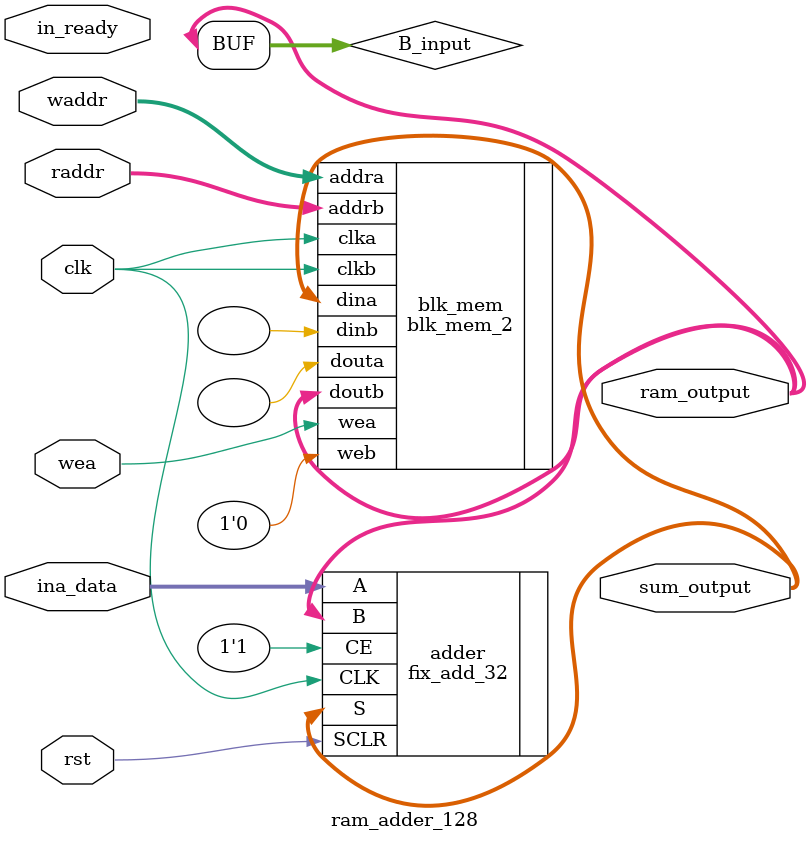
<source format=v>
`timescale 1ns / 1ps


module ram_adder_128(
    input wire clk,           // Clock signal
    input wire rst,         // Rst signal
    input wire [31:0] ina_data,// Input data to be added
    input wire in_ready,      // Signal indicating if input data is ready
    input wire wea,
    input wire [6:0] waddr,
    input wire [6:0] raddr,
    output wire [31:0] ram_output,  // Output data from the memory (not used in this specific module)
    output wire [31:0] sum_output
);

    wire [31:0] B_input;
    assign B_input = ram_output;// (!in_ready|first)? 15'b0 : ram_output;
    // Instance of the fixed-point adder
    fix_add_32 adder (
        .A(ina_data),
        .B(B_input),
        .CLK(clk),
        .CE(1'b1),
        .SCLR(rst),
        .S(sum_output)
    );

    blk_mem_2 blk_mem (
    .clka(clk),    // input wire clka
    .wea(wea),      // input wire [0 : 0] wea
    .addra(waddr),  // input wire [5 : 0] addra
    .dina(sum_output),    // input wire [15 : 0] dina
    .douta(),  // output wire [15 : 0] douta
    .clkb(clk),    // input wire clkb
    .web(1'b0),      // input wire [0 : 0] web
    .addrb(raddr),  // input wire [5 : 0] addrb
    .dinb(),    // input wire [15 : 0] dinb
    .doutb(ram_output)  // output wire [15 : 0] doutb
    );

endmodule

</source>
